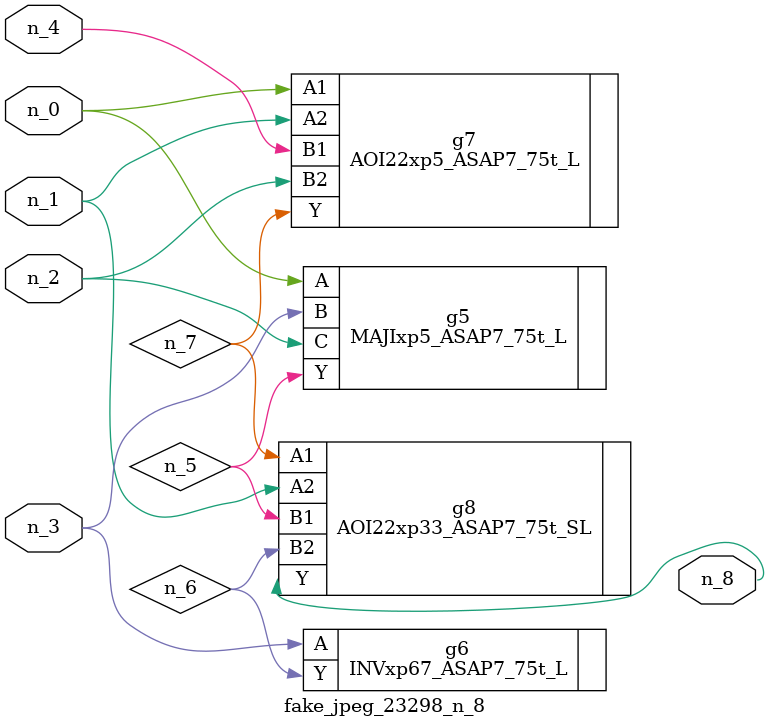
<source format=v>
module fake_jpeg_23298_n_8 (n_3, n_2, n_1, n_0, n_4, n_8);

input n_3;
input n_2;
input n_1;
input n_0;
input n_4;

output n_8;

wire n_6;
wire n_5;
wire n_7;

MAJIxp5_ASAP7_75t_L g5 ( 
.A(n_0),
.B(n_3),
.C(n_2),
.Y(n_5)
);

INVxp67_ASAP7_75t_L g6 ( 
.A(n_3),
.Y(n_6)
);

AOI22xp5_ASAP7_75t_L g7 ( 
.A1(n_0),
.A2(n_1),
.B1(n_4),
.B2(n_2),
.Y(n_7)
);

AOI22xp33_ASAP7_75t_SL g8 ( 
.A1(n_7),
.A2(n_1),
.B1(n_5),
.B2(n_6),
.Y(n_8)
);


endmodule
</source>
